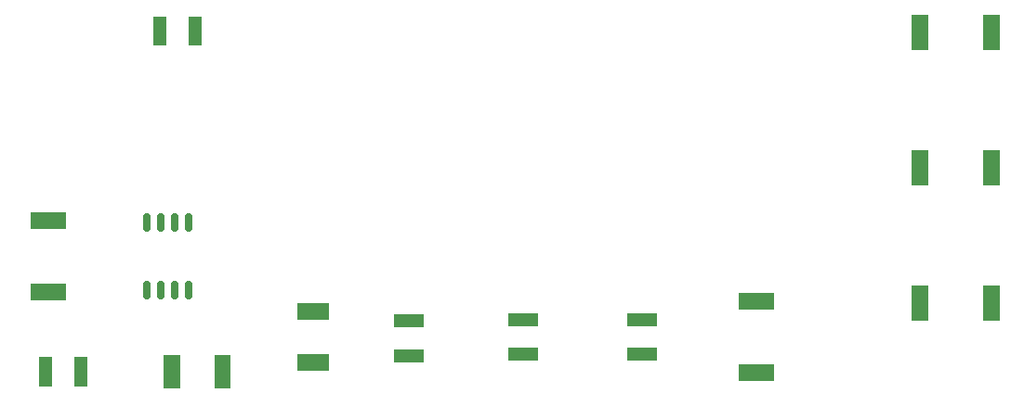
<source format=gtp>
G04 Layer: TopPasteMaskLayer*
G04 EasyEDA v6.4.19.5, 2021-05-30T15:20:28--7:00*
G04 00a0cf8a2f6945cda59000bd480c23e2,9479053ce0554845bf9291591982ae42,10*
G04 Gerber Generator version 0.2*
G04 Scale: 100 percent, Rotated: No, Reflected: No *
G04 Dimensions in millimeters *
G04 leading zeros omitted , absolute positions ,4 integer and 5 decimal *
%FSLAX45Y45*%
%MOMM*%

%ADD12C,0.7000*%
%ADD14R,2.7000X1.2000*%
%ADD16R,3.0000X1.5000*%
%ADD18R,3.3000X1.6000*%
%ADD19R,1.6000X3.3000*%

%LPD*%
D12*
X2311400Y5939193D02*
G01*
X2311400Y6039192D01*
X2438400Y5939193D02*
G01*
X2438400Y6039192D01*
X2565400Y5939193D02*
G01*
X2565400Y6039192D01*
X2692400Y5939193D02*
G01*
X2692400Y6039192D01*
X2311400Y6559207D02*
G01*
X2311400Y6659206D01*
X2438400Y6559207D02*
G01*
X2438400Y6659206D01*
X2565400Y6559207D02*
G01*
X2565400Y6659206D01*
X2692400Y6559207D02*
G01*
X2692400Y6659206D01*
D14*
G01*
X4699000Y5709894D03*
G01*
X4699000Y5389879D03*
G36*
X1329400Y5380101D02*
G01*
X1449400Y5380101D01*
X1449400Y5110098D01*
X1329400Y5110098D01*
G37*
G36*
X1649415Y5380101D02*
G01*
X1769414Y5380101D01*
X1769414Y5110098D01*
X1649415Y5110098D01*
G37*
G36*
X2370800Y8491601D02*
G01*
X2490800Y8491601D01*
X2490800Y8221598D01*
X2370800Y8221598D01*
G37*
G36*
X2690815Y8491601D02*
G01*
X2810814Y8491601D01*
X2810814Y8221598D01*
X2690815Y8221598D01*
G37*
G01*
X6819900Y5722594D03*
G01*
X6819900Y5402579D03*
G01*
X5740400Y5722594D03*
G01*
X5740400Y5402579D03*
D16*
G01*
X3822700Y5793104D03*
G01*
X3822700Y5332095D03*
G36*
X2463101Y5395099D02*
G01*
X2613103Y5395099D01*
X2613103Y5095100D01*
X2463101Y5095100D01*
G37*
G36*
X2924096Y5395099D02*
G01*
X3074095Y5395099D01*
X3074095Y5095100D01*
X2924096Y5095100D01*
G37*
D18*
G01*
X1409700Y6624193D03*
G01*
X1409700Y5974181D03*
D19*
G01*
X9352406Y8341918D03*
G01*
X10002418Y8341918D03*
G01*
X9352406Y5874613D03*
G01*
X10002418Y5874613D03*
D18*
G01*
X7861300Y5237606D03*
G01*
X7861300Y5887593D03*
D19*
G01*
X9352406Y7108291D03*
G01*
X10002418Y7108291D03*
M02*

</source>
